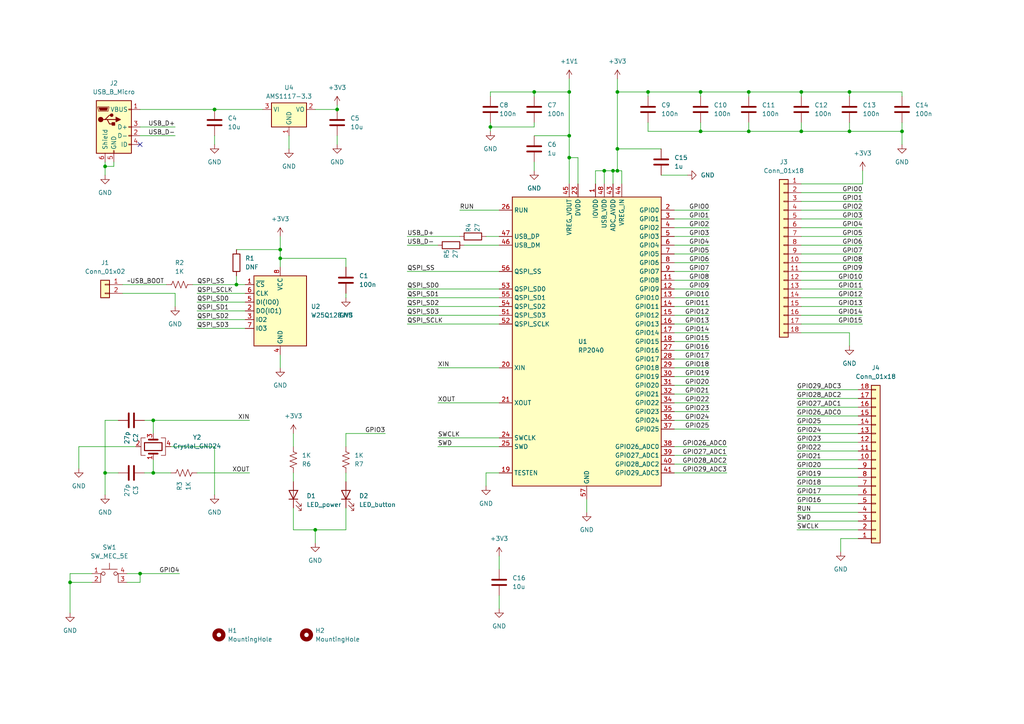
<source format=kicad_sch>
(kicad_sch (version 20230121) (generator eeschema)
  (paper "A4")
  (lib_symbols
    (symbol "Connector:USB_B_Micro" (pin_names (offset 1.016))
      (property "Reference" "J" (at -5.08 11.43 0))
      (property "Value" "USB_B_Micro" (at -5.08 8.89 0))
      (symbol "USB_B_Micro_0_1"
        (rectangle (start -5.08 -7.62) (end 5.08 7.62) (stroke (width 0.254)) (fill (type background)))
        (circle (center -3.81 2.159) (radius 0.635) (stroke (width 0.254)) (fill (type outline)))
        (circle (center -0.635 3.429) (radius 0.381) (stroke (width 0.254)) (fill (type outline)))
        (rectangle (start -0.127 -7.62) (end 0.127 -6.858))
        (polyline (pts (xy -1.905 2.159) (xy 0.635 2.159)) (stroke (width 0.254)))
        (polyline (pts (xy -3.175 2.159) (xy -2.54 2.159) (xy -1.27 3.429) (xy -0.635 3.429)) (stroke (width 0.254)))
        (polyline (pts (xy -2.54 2.159) (xy -1.905 2.159) (xy -1.27 0.889) (xy 0 0.889)) (stroke (width 0.254)))
        (polyline (pts (xy 0.635 2.794) (xy 0.635 1.524) (xy 1.905 2.159) (xy 0.635 2.794)) (stroke (width 0.254)) (fill (type outline)))
        (polyline (pts (xy -4.318 5.588) (xy -1.778 5.588) (xy -2.032 4.826) (xy -4.064 4.826) (xy -4.318 5.588)) (fill (type outline)))
        (polyline (pts (xy -4.699 5.842) (xy -4.699 5.588) (xy -4.445 4.826) (xy -4.445 4.572) (xy -1.651 4.572) (xy -1.651 4.826) (xy -1.397 5.588) (xy -1.397 5.842) (xy -4.699 5.842)))
        (rectangle (start 0.254 1.27) (end -0.508 0.508) (stroke (width 0.254)) (fill (type outline)))
        (rectangle (start 5.08 -5.207) (end 4.318 -4.953))
        (rectangle (start 5.08 -2.667) (end 4.318 -2.413))
        (rectangle (start 5.08 -0.127) (end 4.318 0.127))
        (rectangle (start 5.08 4.953) (end 4.318 5.207))
      )
      (symbol "USB_B_Micro_1_1"
        (pin power_out line (at 7.62 5.08 180) (length 2.54) (name "VBUS") (number "1"))
        (pin bidirectional line (at 7.62 -2.54 180) (length 2.54) (name "D-") (number "2"))
        (pin bidirectional line (at 7.62 0 180) (length 2.54) (name "D+") (number "3"))
        (pin passive line (at 7.62 -5.08 180) (length 2.54) (name "ID") (number "4"))
        (pin power_out line (at 0 -10.16 90) (length 2.54) (name "GND") (number "5"))
        (pin passive line (at -2.54 -10.16 90) (length 2.54) (name "Shield") (number "6"))
      )
    )
    (symbol "Connector_Generic:Conn_01x02" (pin_names (offset 1.016) hide)
      (property "Reference" "J" (at 0 2.54 0))
      (property "Value" "Conn_01x02" (at 0 -5.08 0))
      (symbol "Conn_01x02_1_1"
        (rectangle (start -1.27 -2.413) (end 0 -2.667) (stroke (width 0.1524)))
        (rectangle (start -1.27 0.127) (end 0 -0.127) (stroke (width 0.1524)))
        (rectangle (start -1.27 1.27) (end 1.27 -3.81) (stroke (width 0.254)) (fill (type background)))
        (pin passive line (at -5.08 0 0) (length 3.81) (name "Pin_1") (number "1"))
        (pin passive line (at -5.08 -2.54 0) (length 3.81) (name "Pin_2") (number "2"))
      )
    )
    (symbol "Connector_Generic:Conn_01x18" (pin_names (offset 1.016) hide)
      (property "Reference" "J" (at 0 22.86 0))
      (property "Value" "Conn_01x18" (at 0 -25.4 0))
      (symbol "Conn_01x18_1_1"
        (rectangle (start -1.27 -22.733) (end 0 -22.987) (stroke (width 0.1524)))
        (rectangle (start -1.27 -20.193) (end 0 -20.447) (stroke (width 0.1524)))
        (rectangle (start -1.27 -17.653) (end 0 -17.907) (stroke (width 0.1524)))
        (rectangle (start -1.27 -15.113) (end 0 -15.367) (stroke (width 0.1524)))
        (rectangle (start -1.27 -12.573) (end 0 -12.827) (stroke (width 0.1524)))
        (rectangle (start -1.27 -10.033) (end 0 -10.287) (stroke (width 0.1524)))
        (rectangle (start -1.27 -7.493) (end 0 -7.747) (stroke (width 0.1524)))
        (rectangle (start -1.27 -4.953) (end 0 -5.207) (stroke (width 0.1524)))
        (rectangle (start -1.27 -2.413) (end 0 -2.667) (stroke (width 0.1524)))
        (rectangle (start -1.27 0.127) (end 0 -0.127) (stroke (width 0.1524)))
        (rectangle (start -1.27 2.667) (end 0 2.413) (stroke (width 0.1524)))
        (rectangle (start -1.27 5.207) (end 0 4.953) (stroke (width 0.1524)))
        (rectangle (start -1.27 7.747) (end 0 7.493) (stroke (width 0.1524)))
        (rectangle (start -1.27 10.287) (end 0 10.033) (stroke (width 0.1524)))
        (rectangle (start -1.27 12.827) (end 0 12.573) (stroke (width 0.1524)))
        (rectangle (start -1.27 15.367) (end 0 15.113) (stroke (width 0.1524)))
        (rectangle (start -1.27 17.907) (end 0 17.653) (stroke (width 0.1524)))
        (rectangle (start -1.27 20.447) (end 0 20.193) (stroke (width 0.1524)))
        (rectangle (start -1.27 21.59) (end 1.27 -24.13) (stroke (width 0.254)) (fill (type background)))
        (pin passive line (at -5.08 20.32 0) (length 3.81) (name "Pin_1") (number "1"))
        (pin passive line (at -5.08 -2.54 0) (length 3.81) (name "Pin_10") (number "10"))
        (pin passive line (at -5.08 -5.08 0) (length 3.81) (name "Pin_11") (number "11"))
        (pin passive line (at -5.08 -7.62 0) (length 3.81) (name "Pin_12") (number "12"))
        (pin passive line (at -5.08 -10.16 0) (length 3.81) (name "Pin_13") (number "13"))
        (pin passive line (at -5.08 -12.7 0) (length 3.81) (name "Pin_14") (number "14"))
        (pin passive line (at -5.08 -15.24 0) (length 3.81) (name "Pin_15") (number "15"))
        (pin passive line (at -5.08 -17.78 0) (length 3.81) (name "Pin_16") (number "16"))
        (pin passive line (at -5.08 -20.32 0) (length 3.81) (name "Pin_17") (number "17"))
        (pin passive line (at -5.08 -22.86 0) (length 3.81) (name "Pin_18") (number "18"))
        (pin passive line (at -5.08 17.78 0) (length 3.81) (name "Pin_2") (number "2"))
        (pin passive line (at -5.08 15.24 0) (length 3.81) (name "Pin_3") (number "3"))
        (pin passive line (at -5.08 12.7 0) (length 3.81) (name "Pin_4") (number "4"))
        (pin passive line (at -5.08 10.16 0) (length 3.81) (name "Pin_5") (number "5"))
        (pin passive line (at -5.08 7.62 0) (length 3.81) (name "Pin_6") (number "6"))
        (pin passive line (at -5.08 5.08 0) (length 3.81) (name "Pin_7") (number "7"))
        (pin passive line (at -5.08 2.54 0) (length 3.81) (name "Pin_8") (number "8"))
        (pin passive line (at -5.08 0 0) (length 3.81) (name "Pin_9") (number "9"))
      )
    )
    (symbol "Device:C" (pin_numbers hide) (pin_names (offset 0.254))
      (property "Reference" "C" (at 0.635 2.54 0))
      (property "Value" "C" (at 0.635 -2.54 0))
      (symbol "C_0_1"
        (polyline (pts (xy -2.032 -0.762) (xy 2.032 -0.762)) (stroke (width 0.508)))
        (polyline (pts (xy -2.032 0.762) (xy 2.032 0.762)) (stroke (width 0.508)))
      )
      (symbol "C_1_1"
        (pin passive line (at 0 3.81 270) (length 2.794) (name "~") (number "1"))
        (pin passive line (at 0 -3.81 90) (length 2.794) (name "~") (number "2"))
      )
    )
    (symbol "Device:Crystal_GND24" (pin_names (offset 1.016) hide)
      (property "Reference" "Y" (at 3.175 5.08 0))
      (property "Value" "Crystal_GND24" (at 3.175 3.175 0))
      (symbol "Crystal_GND24_0_1"
        (rectangle (start -1.143 2.54) (end 1.143 -2.54) (stroke (width 0.3048)))
        (polyline (pts (xy -2.54 0) (xy -2.032 0)))
        (polyline (pts (xy -2.032 -1.27) (xy -2.032 1.27)) (stroke (width 0.508)))
        (polyline (pts (xy 0 -3.81) (xy 0 -3.556)))
        (polyline (pts (xy 0 3.556) (xy 0 3.81)))
        (polyline (pts (xy 2.032 -1.27) (xy 2.032 1.27)) (stroke (width 0.508)))
        (polyline (pts (xy 2.032 0) (xy 2.54 0)))
        (polyline (pts (xy -2.54 -2.286) (xy -2.54 -3.556) (xy 2.54 -3.556) (xy 2.54 -2.286)))
        (polyline (pts (xy -2.54 2.286) (xy -2.54 3.556) (xy 2.54 3.556) (xy 2.54 2.286)))
      )
      (symbol "Crystal_GND24_1_1"
        (pin passive line (at -3.81 0 0) (length 1.27) (name "1") (number "1"))
        (pin passive line (at 0 5.08 270) (length 1.27) (name "2") (number "2"))
        (pin passive line (at 3.81 0 180) (length 1.27) (name "3") (number "3"))
        (pin passive line (at 0 -5.08 90) (length 1.27) (name "4") (number "4"))
      )
    )
    (symbol "Device:LED" (pin_numbers hide) (pin_names (offset 1.016) hide)
      (property "Reference" "D" (at 0 2.54 0))
      (property "Value" "LED" (at 0 -2.54 0))
      (symbol "LED_0_1"
        (polyline (pts (xy -1.27 -1.27) (xy -1.27 1.27)) (stroke (width 0.254)))
        (polyline (pts (xy -1.27 0) (xy 1.27 0)))
        (polyline (pts (xy 1.27 -1.27) (xy 1.27 1.27) (xy -1.27 0) (xy 1.27 -1.27)) (stroke (width 0.254)))
        (polyline (pts (xy -3.048 -0.762) (xy -4.572 -2.286) (xy -3.81 -2.286) (xy -4.572 -2.286) (xy -4.572 -1.524)))
        (polyline (pts (xy -1.778 -0.762) (xy -3.302 -2.286) (xy -2.54 -2.286) (xy -3.302 -2.286) (xy -3.302 -1.524)))
      )
      (symbol "LED_1_1"
        (pin passive line (at -3.81 0 0) (length 2.54) (name "K") (number "1"))
        (pin passive line (at 3.81 0 180) (length 2.54) (name "A") (number "2"))
      )
    )
    (symbol "Device:R" (pin_numbers hide) (pin_names (offset 0))
      (property "Reference" "R" (at 2.032 0 90))
      (property "Value" "R" (at 0 0 90))
      (symbol "R_0_1"
        (rectangle (start -1.016 -2.54) (end 1.016 2.54) (stroke (width 0.254)))
      )
      (symbol "R_1_1"
        (pin passive line (at 0 3.81 270) (length 1.27) (name "~") (number "1"))
        (pin passive line (at 0 -3.81 90) (length 1.27) (name "~") (number "2"))
      )
    )
    (symbol "Device:R_US" (pin_numbers hide) (pin_names (offset 0))
      (property "Reference" "R" (at 2.54 0 90))
      (property "Value" "R_US" (at -2.54 0 90))
      (symbol "R_US_0_1"
        (polyline (pts (xy 0 -2.286) (xy 0 -2.54)))
        (polyline (pts (xy 0 2.286) (xy 0 2.54)))
        (polyline (pts (xy 0 -0.762) (xy 1.016 -1.143) (xy 0 -1.524) (xy -1.016 -1.905) (xy 0 -2.286)))
        (polyline (pts (xy 0 0.762) (xy 1.016 0.381) (xy 0 0) (xy -1.016 -0.381) (xy 0 -0.762)))
        (polyline (pts (xy 0 2.286) (xy 1.016 1.905) (xy 0 1.524) (xy -1.016 1.143) (xy 0 0.762)))
      )
      (symbol "R_US_1_1"
        (pin passive line (at 0 3.81 270) (length 1.27) (name "~") (number "1"))
        (pin passive line (at 0 -3.81 90) (length 1.27) (name "~") (number "2"))
      )
    )
    (symbol "MCU_RaspberryPi:RP2040"
      (property "Reference" "U" (at 17.78 45.72 0))
      (property "Value" "RP2040" (at 17.78 43.18 0))
      (symbol "RP2040_0_1"
        (rectangle (start -21.59 41.91) (end 21.59 -41.91) (stroke (width 0.254)) (fill (type background)))
      )
      (symbol "RP2040_1_1"
        (pin power_in line (at 2.54 45.72 270) (length 3.81) (name "IOVDD") (number "1"))
        (pin passive line (at 2.54 45.72 270) (length 3.81) hide (name "IOVDD") (number "10"))
        (pin bidirectional line (at 25.4 17.78 180) (length 3.81) (name "GPIO8") (number "11"))
        (pin bidirectional line (at 25.4 15.24 180) (length 3.81) (name "GPIO9") (number "12"))
        (pin bidirectional line (at 25.4 12.7 180) (length 3.81) (name "GPIO10") (number "13"))
        (pin bidirectional line (at 25.4 10.16 180) (length 3.81) (name "GPIO11") (number "14"))
        (pin bidirectional line (at 25.4 7.62 180) (length 3.81) (name "GPIO12") (number "15"))
        (pin bidirectional line (at 25.4 5.08 180) (length 3.81) (name "GPIO13") (number "16"))
        (pin bidirectional line (at 25.4 2.54 180) (length 3.81) (name "GPIO14") (number "17"))
        (pin bidirectional line (at 25.4 0 180) (length 3.81) (name "GPIO15") (number "18"))
        (pin input line (at -25.4 -38.1 0) (length 3.81) (name "TESTEN") (number "19"))
        (pin bidirectional line (at 25.4 38.1 180) (length 3.81) (name "GPIO0") (number "2"))
        (pin input line (at -25.4 -7.62 0) (length 3.81) (name "XIN") (number "20"))
        (pin passive line (at -25.4 -17.78 0) (length 3.81) (name "XOUT") (number "21"))
        (pin passive line (at 2.54 45.72 270) (length 3.81) hide (name "IOVDD") (number "22"))
        (pin power_in line (at -2.54 45.72 270) (length 3.81) (name "DVDD") (number "23"))
        (pin input line (at -25.4 -27.94 0) (length 3.81) (name "SWCLK") (number "24"))
        (pin bidirectional line (at -25.4 -30.48 0) (length 3.81) (name "SWD") (number "25"))
        (pin input line (at -25.4 38.1 0) (length 3.81) (name "RUN") (number "26"))
        (pin bidirectional line (at 25.4 -2.54 180) (length 3.81) (name "GPIO16") (number "27"))
        (pin bidirectional line (at 25.4 -5.08 180) (length 3.81) (name "GPIO17") (number "28"))
        (pin bidirectional line (at 25.4 -7.62 180) (length 3.81) (name "GPIO18") (number "29"))
        (pin bidirectional line (at 25.4 35.56 180) (length 3.81) (name "GPIO1") (number "3"))
        (pin bidirectional line (at 25.4 -10.16 180) (length 3.81) (name "GPIO19") (number "30"))
        (pin bidirectional line (at 25.4 -12.7 180) (length 3.81) (name "GPIO20") (number "31"))
        (pin bidirectional line (at 25.4 -15.24 180) (length 3.81) (name "GPIO21") (number "32"))
        (pin passive line (at 2.54 45.72 270) (length 3.81) hide (name "IOVDD") (number "33"))
        (pin bidirectional line (at 25.4 -17.78 180) (length 3.81) (name "GPIO22") (number "34"))
        (pin bidirectional line (at 25.4 -20.32 180) (length 3.81) (name "GPIO23") (number "35"))
        (pin bidirectional line (at 25.4 -22.86 180) (length 3.81) (name "GPIO24") (number "36"))
        (pin bidirectional line (at 25.4 -25.4 180) (length 3.81) (name "GPIO25") (number "37"))
        (pin bidirectional line (at 25.4 -30.48 180) (length 3.81) (name "GPIO26_ADC0") (number "38"))
        (pin bidirectional line (at 25.4 -33.02 180) (length 3.81) (name "GPIO27_ADC1") (number "39"))
        (pin bidirectional line (at 25.4 33.02 180) (length 3.81) (name "GPIO2") (number "4"))
        (pin bidirectional line (at 25.4 -35.56 180) (length 3.81) (name "GPIO28_ADC2") (number "40"))
        (pin bidirectional line (at 25.4 -38.1 180) (length 3.81) (name "GPIO29_ADC3") (number "41"))
        (pin passive line (at 2.54 45.72 270) (length 3.81) hide (name "IOVDD") (number "42"))
        (pin power_in line (at 7.62 45.72 270) (length 3.81) (name "ADC_AVDD") (number "43"))
        (pin power_in line (at 10.16 45.72 270) (length 3.81) (name "VREG_IN") (number "44"))
        (pin power_out line (at -5.08 45.72 270) (length 3.81) (name "VREG_VOUT") (number "45"))
        (pin bidirectional line (at -25.4 27.94 0) (length 3.81) (name "USB_DM") (number "46"))
        (pin bidirectional line (at -25.4 30.48 0) (length 3.81) (name "USB_DP") (number "47"))
        (pin power_in line (at 5.08 45.72 270) (length 3.81) (name "USB_VDD") (number "48"))
        (pin passive line (at 2.54 45.72 270) (length 3.81) hide (name "IOVDD") (number "49"))
        (pin bidirectional line (at 25.4 30.48 180) (length 3.81) (name "GPIO3") (number "5"))
        (pin passive line (at -2.54 45.72 270) (length 3.81) hide (name "DVDD") (number "50"))
        (pin bidirectional line (at -25.4 7.62 0) (length 3.81) (name "QSPI_SD3") (number "51"))
        (pin output line (at -25.4 5.08 0) (length 3.81) (name "QSPI_SCLK") (number "52"))
        (pin bidirectional line (at -25.4 15.24 0) (length 3.81) (name "QSPI_SD0") (number "53"))
        (pin bidirectional line (at -25.4 10.16 0) (length 3.81) (name "QSPI_SD2") (number "54"))
        (pin bidirectional line (at -25.4 12.7 0) (length 3.81) (name "QSPI_SD1") (number "55"))
        (pin bidirectional line (at -25.4 20.32 0) (length 3.81) (name "QSPI_SS") (number "56"))
        (pin power_in line (at 0 -45.72 90) (length 3.81) (name "GND") (number "57"))
        (pin bidirectional line (at 25.4 27.94 180) (length 3.81) (name "GPIO4") (number "6"))
        (pin bidirectional line (at 25.4 25.4 180) (length 3.81) (name "GPIO5") (number "7"))
        (pin bidirectional line (at 25.4 22.86 180) (length 3.81) (name "GPIO6") (number "8"))
        (pin bidirectional line (at 25.4 20.32 180) (length 3.81) (name "GPIO7") (number "9"))
      )
    )
    (symbol "Mechanical:MountingHole" (pin_names (offset 1.016))
      (property "Reference" "H" (at 0 5.08 0))
      (property "Value" "MountingHole" (at 0 3.175 0))
      (symbol "MountingHole_0_1"
        (circle (center 0 0) (radius 1.27) (stroke (width 1.27)))
      )
    )
    (symbol "Memory_Flash:W25Q128JVS"
      (property "Reference" "U" (at -8.89 8.89 0))
      (property "Value" "W25Q128JVS" (at 7.62 8.89 0))
      (symbol "W25Q128JVS_0_1"
        (rectangle (start -7.62 10.16) (end 7.62 -10.16) (stroke (width 0.254)) (fill (type background)))
      )
      (symbol "W25Q128JVS_1_1"
        (pin input line (at -10.16 7.62 0) (length 2.54) (name "~{CS}") (number "1"))
        (pin bidirectional line (at -10.16 0 0) (length 2.54) (name "DO(IO1)") (number "2"))
        (pin bidirectional line (at -10.16 -2.54 0) (length 2.54) (name "IO2") (number "3"))
        (pin power_in line (at 0 -12.7 90) (length 2.54) (name "GND") (number "4"))
        (pin bidirectional line (at -10.16 2.54 0) (length 2.54) (name "DI(IO0)") (number "5"))
        (pin input line (at -10.16 5.08 0) (length 2.54) (name "CLK") (number "6"))
        (pin bidirectional line (at -10.16 -5.08 0) (length 2.54) (name "IO3") (number "7"))
        (pin power_in line (at 0 12.7 270) (length 2.54) (name "VCC") (number "8"))
      )
    )
    (symbol "Regulator_Linear:AMS1117-3.3"
      (property "Reference" "U" (at -3.81 3.175 0))
      (property "Value" "AMS1117-3.3" (at 0 3.175 0))
      (symbol "AMS1117-3.3_0_1"
        (rectangle (start -5.08 -5.08) (end 5.08 1.905) (stroke (width 0.254)) (fill (type background)))
      )
      (symbol "AMS1117-3.3_1_1"
        (pin power_in line (at 0 -7.62 90) (length 2.54) (name "GND") (number "1"))
        (pin power_out line (at 7.62 0 180) (length 2.54) (name "VO") (number "2"))
        (pin power_in line (at -7.62 0 0) (length 2.54) (name "VI") (number "3"))
      )
    )
    (symbol "Switch:SW_MEC_5E" (pin_names (offset 1.016) hide)
      (property "Reference" "SW" (at 0.635 5.715 0))
      (property "Value" "SW_MEC_5E" (at 0 -3.175 0))
      (symbol "SW_MEC_5E_0_1"
        (circle (center -1.778 2.54) (radius 0.508))
        (polyline (pts (xy -2.286 3.81) (xy 2.286 3.81)))
        (polyline (pts (xy 0 3.81) (xy 0 5.588)))
        (polyline (pts (xy -2.54 0) (xy -2.54 2.54) (xy -2.286 2.54)))
        (polyline (pts (xy 2.54 0) (xy 2.54 2.54) (xy 2.286 2.54)))
        (circle (center 1.778 2.54) (radius 0.508))
        (pin passive line (at -5.08 2.54 0) (length 2.54) (name "1") (number "1"))
        (pin passive line (at -5.08 0 0) (length 2.54) (name "2") (number "2"))
        (pin passive line (at 5.08 0 180) (length 2.54) (name "K") (number "3"))
        (pin passive line (at 5.08 2.54 180) (length 2.54) (name "A") (number "4"))
      )
    )
    (symbol "power:+1V1" (power) (pin_names (offset 0))
      (property "Value" "+1V1" (at 0 3.556 0))
      (symbol "+1V1_0_1"
        (polyline (pts (xy -0.762 1.27) (xy 0 2.54)))
        (polyline (pts (xy 0 0) (xy 0 2.54)))
        (polyline (pts (xy 0 2.54) (xy 0.762 1.27)))
      )
      (symbol "+1V1_1_1"
        (pin power_in line (at 0 0 90) (length 0) hide (name "+1V1") (number "1"))
      )
    )
    (symbol "power:+3V3" (power) (pin_names (offset 0))
      (property "Value" "+3V3" (at 0 3.556 0))
      (symbol "+3V3_0_1"
        (polyline (pts (xy -0.762 1.27) (xy 0 2.54)))
        (polyline (pts (xy 0 0) (xy 0 2.54)))
        (polyline (pts (xy 0 2.54) (xy 0.762 1.27)))
      )
      (symbol "+3V3_1_1"
        (pin power_in line (at 0 0 90) (length 0) hide (name "+3V3") (number "1"))
      )
    )
    (symbol "power:GND" (power) (pin_names (offset 0))
      (property "Value" "GND" (at 0 -3.81 0))
      (symbol "GND_0_1"
        (polyline (pts (xy 0 0) (xy 0 -1.27) (xy 1.27 -1.27) (xy 0 -2.54) (xy -1.27 -1.27) (xy 0 -1.27)))
      )
      (symbol "GND_1_1"
        (pin power_in line (at 0 0 270) (length 0) hide (name "GND") (number "1"))
      )
    )
  )
  (junction (at 44.45 137.16))
  (junction (at 40.64 166.37))
  (junction (at 217.17 26.67))
  (junction (at 177.8 49.53))
  (junction (at 187.96 26.67))
  (junction (at 232.41 26.67))
  (junction (at 30.48 48.26))
  (junction (at 232.41 38.1))
  (junction (at 97.79 31.75))
  (junction (at 217.17 38.1))
  (junction (at 44.45 121.92))
  (junction (at 179.07 43.18))
  (junction (at 91.44 153.67))
  (junction (at 20.32 168.91))
  (junction (at 179.07 49.53))
  (junction (at 142.24 36.83))
  (junction (at 203.2 38.1))
  (junction (at 246.38 38.1))
  (junction (at 165.1 26.67))
  (junction (at 165.1 45.72))
  (junction (at 68.58 82.55))
  (junction (at 154.94 26.67))
  (junction (at 203.2 26.67))
  (junction (at 165.1 39.37))
  (junction (at 30.48 137.16))
  (junction (at 261.62 38.1))
  (junction (at 81.28 72.39))
  (junction (at 246.38 26.67))
  (junction (at 179.07 26.67))
  (junction (at 62.23 31.75))
  (junction (at 81.28 74.93))
  (junction (at 175.26 49.53))
  (no_connect (at 40.64 41.91))
  (wire (pts (xy 85.09 137.16) (xy 85.09 139.7)))
  (wire (pts (xy 62.23 129.54) (xy 49.53 129.54)))
  (wire (pts (xy 91.44 153.67) (xy 91.44 157.48)))
  (wire (pts (xy 203.2 27.94) (xy 203.2 26.67)))
  (wire (pts (xy 232.41 93.98) (xy 250.19 93.98)))
  (wire (pts (xy 232.41 26.67) (xy 232.41 27.94)))
  (wire (pts (xy 100.33 74.93) (xy 81.28 74.93)))
  (wire (pts (xy 154.94 26.67) (xy 154.94 27.94)))
  (wire (pts (xy 231.14 148.59) (xy 248.92 148.59)))
  (wire (pts (xy 261.62 35.56) (xy 261.62 38.1)))
  (wire (pts (xy 232.41 81.28) (xy 250.19 81.28)))
  (wire (pts (xy 81.28 72.39) (xy 81.28 74.93)))
  (wire (pts (xy 20.32 166.37) (xy 20.32 168.91)))
  (wire (pts (xy 40.64 39.37) (xy 50.8 39.37)))
  (wire (pts (xy 44.45 137.16) (xy 49.53 137.16)))
  (wire (pts (xy 203.2 38.1) (xy 217.17 38.1)))
  (wire (pts (xy 144.78 161.29) (xy 144.78 165.1)))
  (wire (pts (xy 33.02 48.26) (xy 30.48 48.26)))
  (wire (pts (xy 195.58 86.36) (xy 205.74 86.36)))
  (wire (pts (xy 154.94 26.67) (xy 165.1 26.67)))
  (wire (pts (xy 62.23 39.37) (xy 62.23 41.91)))
  (wire (pts (xy 203.2 35.56) (xy 203.2 38.1)))
  (wire (pts (xy 191.77 50.8) (xy 199.39 50.8)))
  (wire (pts (xy 57.15 85.09) (xy 71.12 85.09)))
  (wire (pts (xy 62.23 31.75) (xy 76.2 31.75)))
  (wire (pts (xy 232.41 86.36) (xy 250.19 86.36)))
  (wire (pts (xy 195.58 114.3) (xy 205.74 114.3)))
  (wire (pts (xy 177.8 49.53) (xy 177.8 53.34)))
  (wire (pts (xy 231.14 143.51) (xy 248.92 143.51)))
  (wire (pts (xy 118.11 71.12) (xy 127 71.12)))
  (wire (pts (xy 187.96 27.94) (xy 187.96 26.67)))
  (wire (pts (xy 195.58 137.16) (xy 210.82 137.16)))
  (wire (pts (xy 232.41 68.58) (xy 250.19 68.58)))
  (wire (pts (xy 232.41 35.56) (xy 232.41 38.1)))
  (wire (pts (xy 232.41 63.5) (xy 250.19 63.5)))
  (wire (pts (xy 203.2 26.67) (xy 187.96 26.67)))
  (wire (pts (xy 30.48 137.16) (xy 34.29 137.16)))
  (wire (pts (xy 261.62 27.94) (xy 261.62 26.67)))
  (wire (pts (xy 167.64 45.72) (xy 165.1 45.72)))
  (wire (pts (xy 231.14 138.43) (xy 248.92 138.43)))
  (wire (pts (xy 195.58 81.28) (xy 205.74 81.28)))
  (wire (pts (xy 232.41 58.42) (xy 250.19 58.42)))
  (wire (pts (xy 243.84 156.21) (xy 243.84 160.02)))
  (wire (pts (xy 179.07 43.18) (xy 191.77 43.18)))
  (wire (pts (xy 118.11 83.82) (xy 144.78 83.82)))
  (wire (pts (xy 41.91 121.92) (xy 44.45 121.92)))
  (wire (pts (xy 195.58 73.66) (xy 205.74 73.66)))
  (wire (pts (xy 179.07 49.53) (xy 177.8 49.53)))
  (wire (pts (xy 231.14 133.35) (xy 248.92 133.35)))
  (wire (pts (xy 248.92 156.21) (xy 243.84 156.21)))
  (wire (pts (xy 231.14 113.03) (xy 248.92 113.03)))
  (wire (pts (xy 195.58 116.84) (xy 205.74 116.84)))
  (wire (pts (xy 85.09 147.32) (xy 85.09 153.67)))
  (wire (pts (xy 100.33 125.73) (xy 111.76 125.73)))
  (wire (pts (xy 195.58 109.22) (xy 205.74 109.22)))
  (wire (pts (xy 217.17 35.56) (xy 217.17 38.1)))
  (wire (pts (xy 127 127) (xy 144.78 127)))
  (wire (pts (xy 30.48 48.26) (xy 30.48 50.8)))
  (wire (pts (xy 167.64 53.34) (xy 167.64 45.72)))
  (wire (pts (xy 140.97 68.58) (xy 144.78 68.58)))
  (wire (pts (xy 195.58 99.06) (xy 205.74 99.06)))
  (wire (pts (xy 118.11 88.9) (xy 144.78 88.9)))
  (wire (pts (xy 232.41 76.2) (xy 250.19 76.2)))
  (wire (pts (xy 195.58 63.5) (xy 205.74 63.5)))
  (wire (pts (xy 33.02 46.99) (xy 33.02 48.26)))
  (wire (pts (xy 232.41 78.74) (xy 250.19 78.74)))
  (wire (pts (xy 232.41 66.04) (xy 250.19 66.04)))
  (wire (pts (xy 55.88 82.55) (xy 68.58 82.55)))
  (wire (pts (xy 40.64 166.37) (xy 52.07 166.37)))
  (wire (pts (xy 165.1 26.67) (xy 165.1 39.37)))
  (wire (pts (xy 97.79 30.48) (xy 97.79 31.75)))
  (wire (pts (xy 195.58 106.68) (xy 205.74 106.68)))
  (wire (pts (xy 261.62 38.1) (xy 261.62 41.91)))
  (wire (pts (xy 91.44 153.67) (xy 100.33 153.67)))
  (wire (pts (xy 232.41 26.67) (xy 217.17 26.67)))
  (wire (pts (xy 195.58 132.08) (xy 210.82 132.08)))
  (wire (pts (xy 127 116.84) (xy 144.78 116.84)))
  (wire (pts (xy 40.64 36.83) (xy 50.8 36.83)))
  (wire (pts (xy 195.58 129.54) (xy 210.82 129.54)))
  (wire (pts (xy 195.58 93.98) (xy 205.74 93.98)))
  (wire (pts (xy 250.19 49.53) (xy 250.19 53.34)))
  (wire (pts (xy 231.14 120.65) (xy 248.92 120.65)))
  (wire (pts (xy 175.26 49.53) (xy 177.8 49.53)))
  (wire (pts (xy 246.38 35.56) (xy 246.38 38.1)))
  (wire (pts (xy 133.35 60.96) (xy 144.78 60.96)))
  (wire (pts (xy 118.11 93.98) (xy 144.78 93.98)))
  (wire (pts (xy 44.45 121.92) (xy 72.39 121.92)))
  (wire (pts (xy 231.14 118.11) (xy 248.92 118.11)))
  (wire (pts (xy 57.15 137.16) (xy 72.39 137.16)))
  (wire (pts (xy 231.14 151.13) (xy 248.92 151.13)))
  (wire (pts (xy 246.38 96.52) (xy 246.38 100.33)))
  (wire (pts (xy 232.41 55.88) (xy 250.19 55.88)))
  (wire (pts (xy 154.94 46.99) (xy 154.94 49.53)))
  (wire (pts (xy 217.17 26.67) (xy 203.2 26.67)))
  (wire (pts (xy 172.72 53.34) (xy 172.72 49.53)))
  (wire (pts (xy 140.97 137.16) (xy 140.97 140.97)))
  (wire (pts (xy 232.41 88.9) (xy 250.19 88.9)))
  (wire (pts (xy 179.07 26.67) (xy 179.07 43.18)))
  (wire (pts (xy 232.41 73.66) (xy 250.19 73.66)))
  (wire (pts (xy 195.58 121.92) (xy 205.74 121.92)))
  (wire (pts (xy 172.72 49.53) (xy 175.26 49.53)))
  (wire (pts (xy 30.48 46.99) (xy 30.48 48.26)))
  (wire (pts (xy 142.24 35.56) (xy 142.24 36.83)))
  (wire (pts (xy 195.58 88.9) (xy 205.74 88.9)))
  (wire (pts (xy 57.15 95.25) (xy 71.12 95.25)))
  (wire (pts (xy 232.41 71.12) (xy 250.19 71.12)))
  (wire (pts (xy 50.8 85.09) (xy 50.8 88.9)))
  (wire (pts (xy 195.58 124.46) (xy 205.74 124.46)))
  (wire (pts (xy 195.58 119.38) (xy 205.74 119.38)))
  (wire (pts (xy 165.1 45.72) (xy 165.1 53.34)))
  (wire (pts (xy 127 106.68) (xy 144.78 106.68)))
  (wire (pts (xy 232.41 26.67) (xy 246.38 26.67)))
  (wire (pts (xy 231.14 115.57) (xy 248.92 115.57)))
  (wire (pts (xy 195.58 78.74) (xy 205.74 78.74)))
  (wire (pts (xy 36.83 166.37) (xy 40.64 166.37)))
  (wire (pts (xy 118.11 86.36) (xy 144.78 86.36)))
  (wire (pts (xy 187.96 38.1) (xy 203.2 38.1)))
  (wire (pts (xy 231.14 125.73) (xy 248.92 125.73)))
  (wire (pts (xy 231.14 140.97) (xy 248.92 140.97)))
  (wire (pts (xy 68.58 72.39) (xy 81.28 72.39)))
  (wire (pts (xy 170.18 144.78) (xy 170.18 148.59)))
  (wire (pts (xy 217.17 38.1) (xy 232.41 38.1)))
  (wire (pts (xy 36.83 168.91) (xy 40.64 168.91)))
  (wire (pts (xy 20.32 168.91) (xy 20.32 177.8)))
  (wire (pts (xy 83.82 39.37) (xy 83.82 43.18)))
  (wire (pts (xy 232.41 96.52) (xy 246.38 96.52)))
  (wire (pts (xy 232.41 83.82) (xy 250.19 83.82)))
  (wire (pts (xy 100.33 85.09) (xy 100.33 86.36)))
  (wire (pts (xy 81.28 74.93) (xy 81.28 77.47)))
  (wire (pts (xy 250.19 53.34) (xy 232.41 53.34)))
  (wire (pts (xy 40.64 31.75) (xy 62.23 31.75)))
  (wire (pts (xy 231.14 153.67) (xy 248.92 153.67)))
  (wire (pts (xy 118.11 68.58) (xy 133.35 68.58)))
  (wire (pts (xy 57.15 87.63) (xy 71.12 87.63)))
  (wire (pts (xy 85.09 125.73) (xy 85.09 129.54)))
  (wire (pts (xy 195.58 111.76) (xy 205.74 111.76)))
  (wire (pts (xy 41.91 137.16) (xy 44.45 137.16)))
  (wire (pts (xy 154.94 36.83) (xy 154.94 35.56)))
  (wire (pts (xy 180.34 53.34) (xy 180.34 49.53)))
  (wire (pts (xy 195.58 96.52) (xy 205.74 96.52)))
  (wire (pts (xy 35.56 85.09) (xy 50.8 85.09)))
  (wire (pts (xy 154.94 39.37) (xy 165.1 39.37)))
  (wire (pts (xy 232.41 38.1) (xy 246.38 38.1)))
  (wire (pts (xy 44.45 121.92) (xy 44.45 125.73)))
  (wire (pts (xy 142.24 36.83) (xy 154.94 36.83)))
  (wire (pts (xy 100.33 137.16) (xy 100.33 139.7)))
  (wire (pts (xy 165.1 39.37) (xy 165.1 45.72)))
  (wire (pts (xy 97.79 39.37) (xy 97.79 41.91)))
  (wire (pts (xy 62.23 143.51) (xy 62.23 129.54)))
  (wire (pts (xy 195.58 76.2) (xy 205.74 76.2)))
  (wire (pts (xy 231.14 130.81) (xy 248.92 130.81)))
  (wire (pts (xy 246.38 38.1) (xy 261.62 38.1)))
  (wire (pts (xy 30.48 121.92) (xy 30.48 137.16)))
  (wire (pts (xy 26.67 168.91) (xy 20.32 168.91)))
  (wire (pts (xy 165.1 22.86) (xy 165.1 26.67)))
  (wire (pts (xy 179.07 22.86) (xy 179.07 26.67)))
  (wire (pts (xy 195.58 68.58) (xy 205.74 68.58)))
  (wire (pts (xy 57.15 90.17) (xy 71.12 90.17)))
  (wire (pts (xy 40.64 168.91) (xy 40.64 166.37)))
  (wire (pts (xy 57.15 92.71) (xy 71.12 92.71)))
  (wire (pts (xy 118.11 91.44) (xy 144.78 91.44)))
  (wire (pts (xy 195.58 66.04) (xy 205.74 66.04)))
  (wire (pts (xy 118.11 78.74) (xy 144.78 78.74)))
  (wire (pts (xy 35.56 82.55) (xy 48.26 82.55)))
  (wire (pts (xy 142.24 26.67) (xy 154.94 26.67)))
  (wire (pts (xy 142.24 38.1) (xy 142.24 36.83)))
  (wire (pts (xy 22.86 129.54) (xy 22.86 135.89)))
  (wire (pts (xy 81.28 68.58) (xy 81.28 72.39)))
  (wire (pts (xy 180.34 49.53) (xy 179.07 49.53)))
  (wire (pts (xy 142.24 26.67) (xy 142.24 27.94)))
  (wire (pts (xy 100.33 77.47) (xy 100.33 74.93)))
  (wire (pts (xy 231.14 123.19) (xy 248.92 123.19)))
  (wire (pts (xy 100.33 153.67) (xy 100.33 147.32)))
  (wire (pts (xy 179.07 43.18) (xy 179.07 49.53)))
  (wire (pts (xy 187.96 35.56) (xy 187.96 38.1)))
  (wire (pts (xy 231.14 128.27) (xy 248.92 128.27)))
  (wire (pts (xy 195.58 101.6) (xy 205.74 101.6)))
  (wire (pts (xy 246.38 26.67) (xy 261.62 26.67)))
  (wire (pts (xy 195.58 91.44) (xy 205.74 91.44)))
  (wire (pts (xy 217.17 26.67) (xy 217.17 27.94)))
  (wire (pts (xy 34.29 121.92) (xy 30.48 121.92)))
  (wire (pts (xy 231.14 146.05) (xy 248.92 146.05)))
  (wire (pts (xy 30.48 143.51) (xy 30.48 137.16)))
  (wire (pts (xy 231.14 135.89) (xy 248.92 135.89)))
  (wire (pts (xy 195.58 60.96) (xy 205.74 60.96)))
  (wire (pts (xy 39.37 129.54) (xy 22.86 129.54)))
  (wire (pts (xy 44.45 137.16) (xy 44.45 133.35)))
  (wire (pts (xy 195.58 83.82) (xy 205.74 83.82)))
  (wire (pts (xy 175.26 49.53) (xy 175.26 53.34)))
  (wire (pts (xy 246.38 27.94) (xy 246.38 26.67)))
  (wire (pts (xy 91.44 31.75) (xy 97.79 31.75)))
  (wire (pts (xy 195.58 104.14) (xy 205.74 104.14)))
  (wire (pts (xy 232.41 60.96) (xy 250.19 60.96)))
  (wire (pts (xy 187.96 26.67) (xy 179.07 26.67)))
  (wire (pts (xy 134.62 71.12) (xy 144.78 71.12)))
  (wire (pts (xy 68.58 80.01) (xy 68.58 82.55)))
  (wire (pts (xy 81.28 102.87) (xy 81.28 106.68)))
  (wire (pts (xy 232.41 91.44) (xy 250.19 91.44)))
  (wire (pts (xy 26.67 166.37) (xy 20.32 166.37)))
  (wire (pts (xy 68.58 82.55) (xy 71.12 82.55)))
  (wire (pts (xy 127 129.54) (xy 144.78 129.54)))
  (wire (pts (xy 144.78 137.16) (xy 140.97 137.16)))
  (wire (pts (xy 195.58 134.62) (xy 210.82 134.62)))
  (wire (pts (xy 100.33 129.54) (xy 100.33 125.73)))
  (wire (pts (xy 144.78 172.72) (xy 144.78 176.53)))
  (wire (pts (xy 195.58 71.12) (xy 205.74 71.12)))
  (wire (pts (xy 85.09 153.67) (xy 91.44 153.67)))
  (label "GPIO15" (at 205.74 99.06 180))
  (label "GPIO24" (at 205.74 121.92 180))
  (label "GPIO29_ADC3" (at 231.14 113.03 0))
  (label "GPIO7" (at 205.74 78.74 180))
  (label "QSPI_SCLK" (at 57.15 85.09 0))
  (label "GPIO4" (at 205.74 71.12 180))
  (label "RUN" (at 231.14 148.59 0))
  (label "GPIO2" (at 205.74 66.04 180))
  (label "GPIO1" (at 205.74 63.5 180))
  (label "GPIO13" (at 205.74 93.98 180))
  (label "GPIO27_ADC1" (at 210.82 132.08 180))
  (label "GPIO19" (at 205.74 109.22 180))
  (label "USB_D+" (at 50.8 36.83 180))
  (label "GPIO18" (at 231.14 140.97 0))
  (label "GPIO1" (at 250.19 58.42 180))
  (label "GPIO28_ADC2" (at 210.82 134.62 180))
  (label "QSPI_SD0" (at 57.15 87.63 0))
  (label "GPIO11" (at 205.74 88.9 180))
  (label "USB_D-" (at 50.8 39.37 180))
  (label "QSPI_SS" (at 118.11 78.74 0))
  (label "GPIO5" (at 250.19 68.58 180))
  (label "GPIO25" (at 205.74 124.46 180))
  (label "XOUT" (at 127 116.84 0))
  (label "GPIO3" (at 205.74 68.58 180))
  (label "GPIO8" (at 205.74 81.28 180))
  (label "GPIO3" (at 111.76 125.73 180))
  (label "GPIO17" (at 231.14 143.51 0))
  (label "GPIO21" (at 205.74 114.3 180))
  (label "GPIO21" (at 231.14 133.35 0))
  (label "XOUT" (at 72.39 137.16 180))
  (label "GPIO6" (at 205.74 76.2 180))
  (label "SWD" (at 231.14 151.13 0))
  (label "SWCLK" (at 127 127 0))
  (label "GPIO16" (at 231.14 146.05 0))
  (label "GPIO12" (at 250.19 86.36 180))
  (label "GPIO19" (at 231.14 138.43 0))
  (label "GPIO8" (at 250.19 76.2 180))
  (label "GPIO12" (at 205.74 91.44 180))
  (label "USB_D-" (at 118.11 71.12 0))
  (label "QSPI_SD1" (at 118.11 86.36 0))
  (label "SWCLK" (at 231.14 153.67 0))
  (label "GPIO9" (at 250.19 78.74 180))
  (label "GPIO9" (at 205.74 83.82 180))
  (label "RUN" (at 133.35 60.96 0))
  (label "GPIO4" (at 250.19 66.04 180))
  (label "USB_D+" (at 118.11 68.58 0))
  (label "GPIO26_ADC0" (at 210.82 129.54 180))
  (label "GPIO23" (at 231.14 128.27 0))
  (label "GPIO24" (at 231.14 125.73 0))
  (label "~USB_BOOT" (at 36.83 82.55 0))
  (label "GPIO10" (at 205.74 86.36 180))
  (label "GPIO6" (at 250.19 71.12 180))
  (label "XIN" (at 72.39 121.92 180))
  (label "GPIO26_ADC0" (at 231.14 120.65 0))
  (label "GPIO29_ADC3" (at 210.82 137.16 180))
  (label "GPIO0" (at 205.74 60.96 180))
  (label "QSPI_SD0" (at 118.11 83.82 0))
  (label "QSPI_SD2" (at 57.15 92.71 0))
  (label "GPIO28_ADC2" (at 231.14 115.57 0))
  (label "GPIO3" (at 250.19 63.5 180))
  (label "QSPI_SD2" (at 118.11 88.9 0))
  (label "XIN" (at 127 106.68 0))
  (label "GPIO10" (at 250.19 81.28 180))
  (label "GPIO27_ADC1" (at 231.14 118.11 0))
  (label "GPIO0" (at 250.19 55.88 180))
  (label "GPIO13" (at 250.19 88.9 180))
  (label "GPIO23" (at 205.74 119.38 180))
  (label "GPIO18" (at 205.74 106.68 180))
  (label "QSPI_SD3" (at 118.11 91.44 0))
  (label "SWD" (at 127 129.54 0))
  (label "GPIO5" (at 205.74 73.66 180))
  (label "GPIO7" (at 250.19 73.66 180))
  (label "GPIO14" (at 205.74 96.52 180))
  (label "QSPI_SD1" (at 57.15 90.17 0))
  (label "GPIO15" (at 250.19 93.98 180))
  (label "GPIO17" (at 205.74 104.14 180))
  (label "GPIO20" (at 231.14 135.89 0))
  (label "GPIO20" (at 205.74 111.76 180))
  (label "GPIO2" (at 250.19 60.96 180))
  (label "QSPI_SD3" (at 57.15 95.25 0))
  (label "GPIO16" (at 205.74 101.6 180))
  (label "QSPI_SCLK" (at 118.11 93.98 0))
  (label "GPIO22" (at 231.14 130.81 0))
  (label "GPIO14" (at 250.19 91.44 180))
  (label "QSPI_SS" (at 57.15 82.55 0))
  (label "GPIO22" (at 205.74 116.84 180))
  (label "GPIO25" (at 231.14 123.19 0))
  (label "GPIO11" (at 250.19 83.82 180))
  (label "GPIO4" (at 52.07 166.37 180))
  (symbol (lib_id "power:GND") (at 20.32 177.8 0) (unit 1)
    (property "Reference" "#PWR028" (effects hide))
    (property "Value" "GND" (at 20.32 182.88 0))
  )
  (symbol (lib_id "Connector_Generic:Conn_01x18") (at 254 135.89 0) (mirror x) (unit 1)
    (property "Reference" "J4" (at 254 106.68 0))
    (property "Value" "Conn_01x18" (at 254 109.22 0))
    (property "Footprint" "Connector_PinSocket_2.54mm:PinSocket_1x18_P2.54mm_Vertical" (effects hide))
  )
  (symbol (lib_id "Regulator_Linear:AMS1117-3.3") (at 83.82 31.75 0) (unit 1)
    (property "Reference" "U4" (at 83.82 25.4 0))
    (property "Value" "AMS1117-3.3" (at 83.82 27.94 0))
    (property "Footprint" "Package_TO_SOT_SMD:SOT-223-3_TabPin2" (effects hide))
    (property "Datasheet" "http://www.advanced-monolithic.com/pdf/ds1117.pdf" (effects hide))
  )
  (symbol (lib_id "power:+3V3") (at 179.07 22.86 0) (unit 1)
    (property "Reference" "#PWR013" (effects hide))
    (property "Value" "+3V3" (at 179.07 17.78 0))
  )
  (symbol (lib_id "power:GND") (at 30.48 50.8 0) (unit 1)
    (property "Reference" "#PWR06" (effects hide))
    (property "Value" "GND" (at 30.48 55.88 0))
  )
  (symbol (lib_id "power:+3V3") (at 97.79 30.48 0) (unit 1)
    (property "Reference" "#PWR09" (effects hide))
    (property "Value" "+3V3" (at 97.79 25.4 0))
  )
  (symbol (lib_id "Device:C") (at 232.41 31.75 0) (unit 1)
    (property "Reference" "C12" (at 236.22 30.48 0) (effects (justify left)))
    (property "Value" "100n" (at 236.22 33.02 0) (effects (justify left)))
    (property "Footprint" "Capacitor_SMD:C_0201_0603Metric_Pad0.64x0.40mm_HandSolder" (effects hide))
  )
  (symbol (lib_id "Device:C") (at 38.1 137.16 90) (unit 1)
    (property "Reference" "C3" (at 39.37 142.24 0))
    (property "Value" "27p" (at 36.83 142.24 0))
    (property "Footprint" "Capacitor_SMD:C_0201_0603Metric_Pad0.64x0.40mm_HandSolder" (effects hide))
  )
  (symbol (lib_id "power:GND") (at 83.82 43.18 0) (unit 1)
    (property "Reference" "#PWR08" (effects hide))
    (property "Value" "GND" (at 83.82 48.26 0))
  )
  (symbol (lib_id "Device:R") (at 137.16 68.58 270) (unit 1)
    (property "Reference" "R4" (at 135.89 66.04 0))
    (property "Value" "27" (at 138.43 66.04 0))
    (property "Footprint" "Resistor_SMD:R_0201_0603Metric_Pad0.64x0.40mm_HandSolder" (effects hide))
  )
  (symbol (lib_id "Connector:USB_B_Micro") (at 33.02 36.83 0) (unit 1)
    (property "Reference" "J2" (at 33.02 24.13 0))
    (property "Value" "USB_B_Micro" (at 33.02 26.67 0))
    (property "Footprint" "Connector_USB:USB_Micro-B_XKB_U254-051T-4BH83-F1S" (effects hide))
  )
  (symbol (lib_id "Device:C") (at 154.94 43.18 0) (unit 1)
    (property "Reference" "C6" (at 158.75 41.91 0) (effects (justify left)))
    (property "Value" "1u" (at 158.75 44.45 0) (effects (justify left)))
    (property "Footprint" "Capacitor_SMD:C_0201_0603Metric_Pad0.64x0.40mm_HandSolder" (effects hide))
  )
  (symbol (lib_id "Device:C") (at 62.23 35.56 0) (unit 1)
    (property "Reference" "C4" (at 66.04 34.29 0) (effects (justify left)))
    (property "Value" "10u" (at 66.04 36.83 0) (effects (justify left)))
    (property "Footprint" "Capacitor_SMD:C_0402_1005Metric_Pad0.74x0.62mm_HandSolder" (effects hide))
  )
  (symbol (lib_id "Device:C") (at 38.1 121.92 90) (unit 1)
    (property "Reference" "C2" (at 39.37 127 0))
    (property "Value" "27p" (at 36.83 127 0))
    (property "Footprint" "Capacitor_SMD:C_0201_0603Metric_Pad0.64x0.40mm_HandSolder" (effects hide))
  )
  (symbol (lib_id "power:+3V3") (at 85.09 125.73 0) (unit 1)
    (property "Reference" "#PWR027" (effects hide))
    (property "Value" "+3V3" (at 85.09 120.65 0))
  )
  (symbol (lib_id "Device:C") (at 100.33 81.28 0) (unit 1)
    (property "Reference" "C1" (at 104.14 80.01 0) (effects (justify left)))
    (property "Value" "100n" (at 104.14 82.55 0) (effects (justify left)))
    (property "Footprint" "Capacitor_SMD:C_0201_0603Metric_Pad0.64x0.40mm_HandSolder" (effects hide))
  )
  (symbol (lib_id "power:GND") (at 22.86 135.89 0) (unit 1)
    (property "Reference" "#PWR019" (effects hide))
    (property "Value" "GND" (at 22.86 140.97 0))
  )
  (symbol (lib_id "Device:C") (at 187.96 31.75 0) (unit 1)
    (property "Reference" "C9" (at 191.77 30.48 0) (effects (justify left)))
    (property "Value" "100n" (at 191.77 33.02 0) (effects (justify left)))
    (property "Footprint" "Capacitor_SMD:C_0201_0603Metric_Pad0.64x0.40mm_HandSolder" (effects hide))
  )
  (symbol (lib_id "power:GND") (at 62.23 41.91 0) (unit 1)
    (property "Reference" "#PWR07" (effects hide))
    (property "Value" "GND" (at 62.23 46.99 0))
  )
  (symbol (lib_id "Switch:SW_MEC_5E") (at 31.75 168.91 0) (unit 1)
    (property "Reference" "SW1" (at 31.75 158.75 0))
    (property "Value" "SW_MEC_5E" (at 31.75 161.29 0))
    (property "Footprint" "lcsc:SW_TP10721645" (effects hide))
    (property "Datasheet" "http://www.apem.com/int/index.php?controller=attachment&id_attachment=1371" (effects hide))
  )
  (symbol (lib_id "Device:R_US") (at 52.07 82.55 90) (unit 1)
    (property "Reference" "R2" (at 52.07 76.2 90))
    (property "Value" "1K" (at 52.07 78.74 90))
    (property "Footprint" "Resistor_SMD:R_0201_0603Metric_Pad0.64x0.40mm_HandSolder" (effects hide))
  )
  (symbol (lib_id "power:GND") (at 261.62 41.91 0) (unit 1)
    (property "Reference" "#PWR017" (effects hide))
    (property "Value" "GND" (at 261.62 46.99 0))
  )
  (symbol (lib_id "Device:C") (at 142.24 31.75 0) (unit 1)
    (property "Reference" "C8" (at 144.78 30.48 0) (effects (justify left)))
    (property "Value" "100n" (at 144.78 33.02 0) (effects (justify left)))
    (property "Footprint" "Capacitor_SMD:C_0201_0603Metric_Pad0.64x0.40mm_HandSolder" (effects hide))
  )
  (symbol (lib_id "power:+3V3") (at 81.28 68.58 0) (unit 1)
    (property "Reference" "#PWR03" (effects hide))
    (property "Value" "+3V3" (at 81.28 63.5 0))
  )
  (symbol (lib_id "power:+1V1") (at 165.1 22.86 0) (unit 1)
    (property "Reference" "#PWR014" (effects hide))
    (property "Value" "+1V1" (at 165.1 17.78 0))
  )
  (symbol (lib_id "power:+3V3") (at 144.78 161.29 0) (unit 1)
    (property "Reference" "#PWR024" (effects hide))
    (property "Value" "+3V3" (at 144.78 156.21 0))
  )
  (symbol (lib_id "power:GND") (at 170.18 148.59 0) (unit 1)
    (property "Reference" "#PWR012" (effects hide))
    (property "Value" "GND" (at 170.18 153.67 0))
  )
  (symbol (lib_id "power:GND") (at 140.97 140.97 0) (unit 1)
    (property "Reference" "#PWR011" (effects hide))
    (property "Value" "GND" (at 140.97 146.05 0))
  )
  (symbol (lib_id "Device:C") (at 261.62 31.75 0) (unit 1)
    (property "Reference" "C14" (at 265.43 30.48 0) (effects (justify left)))
    (property "Value" "100n" (at 265.43 33.02 0) (effects (justify left)))
    (property "Footprint" "Capacitor_SMD:C_0201_0603Metric_Pad0.64x0.40mm_HandSolder" (effects hide))
  )
  (symbol (lib_id "Device:C") (at 154.94 31.75 0) (unit 1)
    (property "Reference" "C7" (at 158.75 30.48 0) (effects (justify left)))
    (property "Value" "100n" (at 158.75 33.02 0) (effects (justify left)))
    (property "Footprint" "Capacitor_SMD:C_0201_0603Metric_Pad0.64x0.40mm_HandSolder" (effects hide))
  )
  (symbol (lib_id "power:GND") (at 243.84 160.02 0) (unit 1)
    (property "Reference" "#PWR025" (effects hide))
    (property "Value" "GND" (at 243.84 165.1 0))
  )
  (symbol (lib_id "Mechanical:MountingHole") (at 88.9 184.15 0) (unit 1)
    (property "Reference" "H2" (at 91.44 182.88 0) (effects (justify left)))
    (property "Value" "MountingHole" (at 91.44 185.42 0) (effects (justify left)))
    (property "Footprint" "MountingHole:MountingHole_3mm" (effects hide))
  )
  (symbol (lib_id "Device:R") (at 68.58 76.2 0) (unit 1)
    (property "Reference" "R1" (at 71.12 74.93 0) (effects (justify left)))
    (property "Value" "DNF" (at 71.12 77.47 0) (effects (justify left)))
    (property "Footprint" "Resistor_SMD:R_0201_0603Metric_Pad0.64x0.40mm_HandSolder" (effects hide))
  )
  (symbol (lib_id "power:GND") (at 246.38 100.33 0) (unit 1)
    (property "Reference" "#PWR020" (effects hide))
    (property "Value" "GND" (at 246.38 105.41 0))
  )
  (symbol (lib_id "power:GND") (at 154.94 49.53 0) (unit 1)
    (property "Reference" "#PWR015" (effects hide))
    (property "Value" "GND" (at 154.94 54.61 0))
  )
  (symbol (lib_id "Memory_Flash:W25Q128JVS") (at 81.28 90.17 0) (unit 1)
    (property "Reference" "U2" (at 90.17 88.9 0) (effects (justify left)))
    (property "Value" "W25Q128JVS" (at 90.17 91.44 0) (effects (justify left)))
    (property "Footprint" "Package_SO:SOIC-8_5.23x5.23mm_P1.27mm" (effects hide))
    (property "Datasheet" "http://www.winbond.com/resource-files/w25q128jv_dtr%20revc%2003272018%20plus.pdf" (effects hide))
  )
  (symbol (lib_id "power:GND") (at 100.33 86.36 0) (unit 1)
    (property "Reference" "#PWR02" (effects hide))
    (property "Value" "GND" (at 100.33 91.44 0))
  )
  (symbol (lib_id "Device:C") (at 97.79 35.56 0) (unit 1)
    (property "Reference" "C5" (at 101.6 34.29 0) (effects (justify left)))
    (property "Value" "10u" (at 101.6 36.83 0) (effects (justify left)))
    (property "Footprint" "Capacitor_SMD:C_0402_1005Metric_Pad0.74x0.62mm_HandSolder" (effects hide))
  )
  (symbol (lib_id "Device:C") (at 203.2 31.75 0) (unit 1)
    (property "Reference" "C10" (at 207.01 30.48 0) (effects (justify left)))
    (property "Value" "100n" (at 207.01 33.02 0) (effects (justify left)))
    (property "Footprint" "Capacitor_SMD:C_0201_0603Metric_Pad0.64x0.40mm_HandSolder" (effects hide))
  )
  (symbol (lib_id "Device:Crystal_GND24") (at 44.45 129.54 90) (unit 1)
    (property "Reference" "Y2" (at 57.15 126.8477 90))
    (property "Value" "Crystal_GND24" (at 57.15 129.3877 90))
    (property "Footprint" "Crystal:Crystal_SMD_3225-4Pin_3.2x2.5mm_HandSoldering" (effects hide))
  )
  (symbol (lib_id "power:+3V3") (at 250.19 49.53 0) (unit 1)
    (property "Reference" "#PWR021" (effects hide))
    (property "Value" "+3V3" (at 250.19 44.45 0))
  )
  (symbol (lib_id "Device:R_US") (at 53.34 137.16 270) (unit 1)
    (property "Reference" "R3" (at 52.07 140.97 0))
    (property "Value" "1K" (at 54.61 140.97 0))
    (property "Footprint" "Resistor_SMD:R_0201_0603Metric_Pad0.64x0.40mm_HandSolder" (effects hide))
  )
  (symbol (lib_id "Device:C") (at 246.38 31.75 0) (unit 1)
    (property "Reference" "C13" (at 250.19 30.48 0) (effects (justify left)))
    (property "Value" "100n" (at 250.19 33.02 0) (effects (justify left)))
    (property "Footprint" "Capacitor_SMD:C_0201_0603Metric_Pad0.64x0.40mm_HandSolder" (effects hide))
  )
  (symbol (lib_id "power:GND") (at 81.28 106.68 0) (unit 1)
    (property "Reference" "#PWR01" (effects hide))
    (property "Value" "GND" (at 81.28 111.76 0))
  )
  (symbol (lib_id "power:GND") (at 142.24 38.1 0) (unit 1)
    (property "Reference" "#PWR016" (effects hide))
    (property "Value" "GND" (at 142.24 43.18 0))
  )
  (symbol (lib_id "Device:C") (at 217.17 31.75 0) (unit 1)
    (property "Reference" "C11" (at 220.98 30.48 0) (effects (justify left)))
    (property "Value" "100n" (at 220.98 33.02 0) (effects (justify left)))
    (property "Footprint" "Capacitor_SMD:C_0201_0603Metric_Pad0.64x0.40mm_HandSolder" (effects hide))
  )
  (symbol (lib_id "power:GND") (at 199.39 50.8 90) (unit 1)
    (property "Reference" "#PWR018" (effects hide))
    (property "Value" "GND" (at 203.2 50.8 90) (effects (justify right)))
  )
  (symbol (lib_id "Device:R_US") (at 100.33 133.35 0) (unit 1)
    (property "Reference" "R7" (at 104.14 134.62 0))
    (property "Value" "1K" (at 104.14 132.08 0))
    (property "Footprint" "Resistor_SMD:R_0201_0603Metric_Pad0.64x0.40mm_HandSolder" (effects hide))
  )
  (symbol (lib_id "power:GND") (at 30.48 143.51 0) (unit 1)
    (property "Reference" "#PWR05" (effects hide))
    (property "Value" "GND" (at 30.48 148.59 0))
  )
  (symbol (lib_id "power:GND") (at 91.44 157.48 0) (unit 1)
    (property "Reference" "#PWR026" (effects hide))
    (property "Value" "GND" (at 91.44 162.56 0))
  )
  (symbol (lib_id "power:GND") (at 50.8 88.9 0) (unit 1)
    (property "Reference" "#PWR04" (effects hide))
    (property "Value" "GND" (at 50.8 93.98 0))
  )
  (symbol (lib_id "Device:LED") (at 100.33 143.51 90) (unit 1)
    (property "Reference" "D2" (at 104.14 143.8275 90) (effects (justify right)))
    (property "Value" "LED_button" (at 104.14 146.3675 90) (effects (justify right)))
    (property "Footprint" "Diode_SMD:D_0603_1608Metric_Pad1.05x0.95mm_HandSolder" (effects hide))
  )
  (symbol (lib_id "Device:R") (at 130.81 71.12 270) (unit 1)
    (property "Reference" "R5" (at 129.54 73.66 0))
    (property "Value" "27" (at 132.08 73.66 0))
    (property "Footprint" "Resistor_SMD:R_0201_0603Metric_Pad0.64x0.40mm_HandSolder" (effects hide))
  )
  (symbol (lib_id "Connector_Generic:Conn_01x02") (at 30.48 82.55 0) (mirror y) (unit 1)
    (property "Reference" "J1" (at 30.48 76.2 0))
    (property "Value" "Conn_01x02" (at 30.48 78.74 0))
    (property "Footprint" "Connector_PinSocket_2.54mm:PinSocket_1x02_P2.54mm_Vertical" (effects hide))
  )
  (symbol (lib_id "power:GND") (at 97.79 41.91 0) (unit 1)
    (property "Reference" "#PWR010" (effects hide))
    (property "Value" "GND" (at 97.79 46.99 0))
  )
  (symbol (lib_id "Mechanical:MountingHole") (at 63.5 184.15 0) (unit 1)
    (property "Reference" "H1" (at 66.04 182.88 0) (effects (justify left)))
    (property "Value" "MountingHole" (at 66.04 185.42 0) (effects (justify left)))
    (property "Footprint" "MountingHole:MountingHole_2mm" (effects hide))
  )
  (symbol (lib_id "Device:C") (at 191.77 46.99 180) (unit 1)
    (property "Reference" "C15" (at 195.58 45.72 0) (effects (justify right)))
    (property "Value" "1u" (at 195.58 48.26 0) (effects (justify right)))
    (property "Footprint" "Capacitor_SMD:C_0201_0603Metric_Pad0.64x0.40mm_HandSolder" (effects hide))
  )
  (symbol (lib_id "Device:LED") (at 85.09 143.51 90) (unit 1)
    (property "Reference" "D1" (at 88.9 143.8275 90) (effects (justify right)))
    (property "Value" "LED_power" (at 88.9 146.3675 90) (effects (justify right)))
    (property "Footprint" "Diode_SMD:D_0603_1608Metric_Pad1.05x0.95mm_HandSolder" (effects hide))
  )
  (symbol (lib_id "power:GND") (at 62.23 143.51 0) (unit 1)
    (property "Reference" "#PWR022" (effects hide))
    (property "Value" "GND" (at 62.23 148.59 0))
  )
  (symbol (lib_id "power:GND") (at 144.78 176.53 0) (unit 1)
    (property "Reference" "#PWR023" (effects hide))
    (property "Value" "GND" (at 144.78 181.61 0))
  )
  (symbol (lib_id "Device:C") (at 144.78 168.91 0) (unit 1)
    (property "Reference" "C16" (at 148.59 167.64 0) (effects (justify left)))
    (property "Value" "10u" (at 148.59 170.18 0) (effects (justify left)))
    (property "Footprint" "Capacitor_SMD:C_0402_1005Metric_Pad0.74x0.62mm_HandSolder" (effects hide))
  )
  (symbol (lib_id "MCU_RaspberryPi:RP2040") (at 170.18 99.06 0) (unit 1)
    (property "Reference" "U1" (at 167.64 99.06 0) (effects (justify left)))
    (property "Value" "RP2040" (at 167.64 101.6 0) (effects (justify left)))
    (property "Footprint" "Package_DFN_QFN:QFN-56-1EP_7x7mm_P0.4mm_EP3.2x3.2mm" (effects hide))
    (property "Datasheet" "https://datasheets.raspberrypi.com/rp2040/rp2040-datasheet.pdf" (effects hide))
  )
  (symbol (lib_id "Connector_Generic:Conn_01x18") (at 227.33 73.66 0) (mirror y) (unit 1)
    (property "Reference" "J3" (at 227.33 46.99 0))
    (property "Value" "Conn_01x18" (at 227.33 49.53 0))
    (property "Footprint" "Connector_PinSocket_2.54mm:PinSocket_1x18_P2.54mm_Vertical" (effects hide))
  )
  (symbol (lib_id "Device:R_US") (at 85.09 133.35 0) (unit 1)
    (property "Reference" "R6" (at 88.9 134.62 0))
    (property "Value" "1K" (at 88.9 132.08 0))
    (property "Footprint" "Resistor_SMD:R_0201_0603Metric_Pad0.64x0.40mm_HandSolder" (effects hide))
  )
)
</source>
